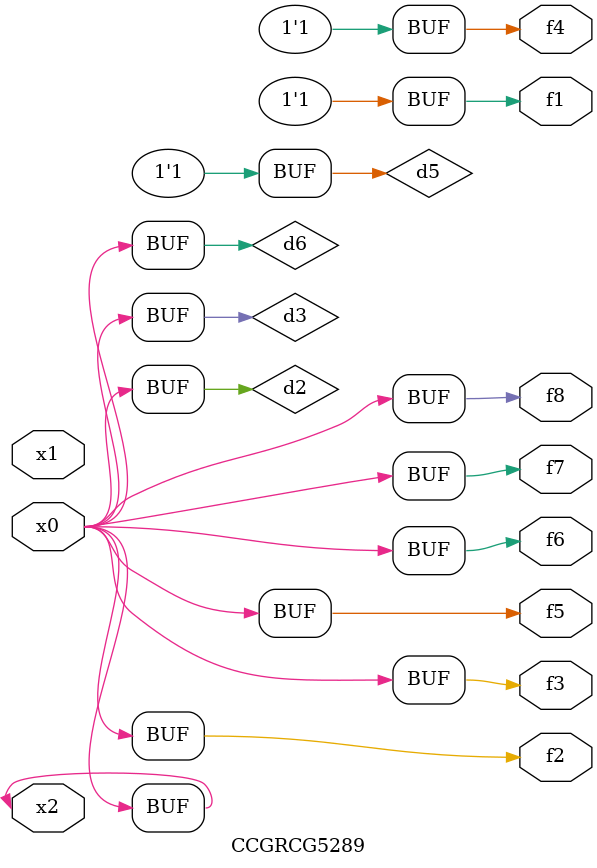
<source format=v>
module CCGRCG5289(
	input x0, x1, x2,
	output f1, f2, f3, f4, f5, f6, f7, f8
);

	wire d1, d2, d3, d4, d5, d6;

	xnor (d1, x2);
	buf (d2, x0, x2);
	and (d3, x0);
	xnor (d4, x1, x2);
	nand (d5, d1, d3);
	buf (d6, d2, d3);
	assign f1 = d5;
	assign f2 = d6;
	assign f3 = d6;
	assign f4 = d5;
	assign f5 = d6;
	assign f6 = d6;
	assign f7 = d6;
	assign f8 = d6;
endmodule

</source>
